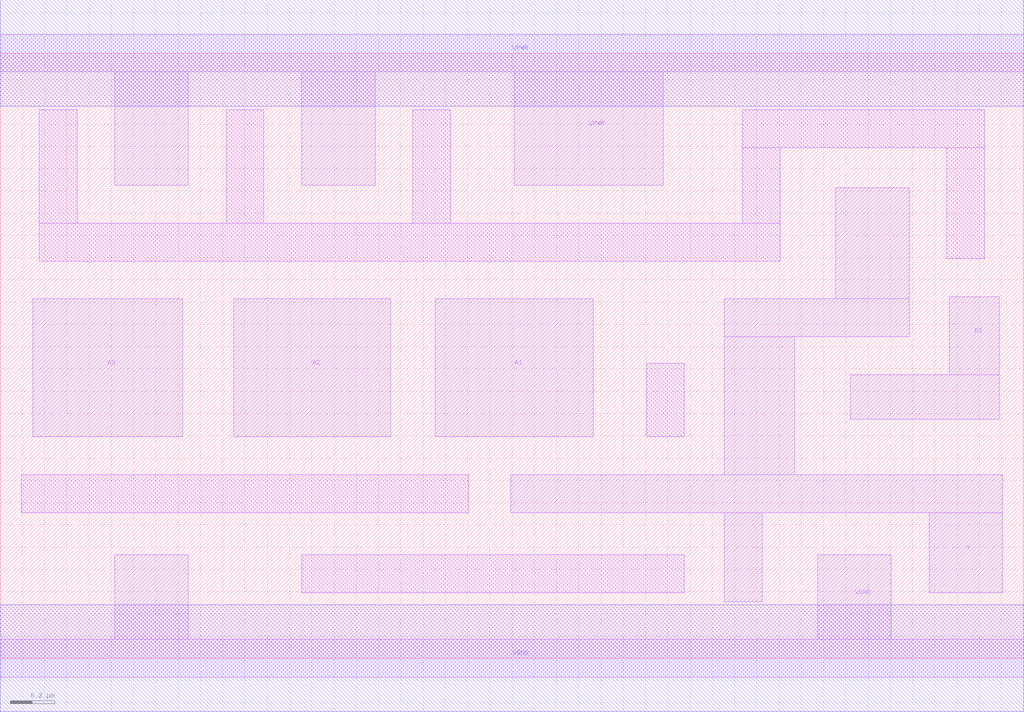
<source format=lef>
# Copyright 2020 The SkyWater PDK Authors
#
# Licensed under the Apache License, Version 2.0 (the "License");
# you may not use this file except in compliance with the License.
# You may obtain a copy of the License at
#
#     https://www.apache.org/licenses/LICENSE-2.0
#
# Unless required by applicable law or agreed to in writing, software
# distributed under the License is distributed on an "AS IS" BASIS,
# WITHOUT WARRANTIES OR CONDITIONS OF ANY KIND, either express or implied.
# See the License for the specific language governing permissions and
# limitations under the License.
#
# SPDX-License-Identifier: Apache-2.0

VERSION 5.5 ;
NAMESCASESENSITIVE ON ;
BUSBITCHARS "[]" ;
DIVIDERCHAR "/" ;
MACRO sky130_fd_sc_hd__a31oi_2
  CLASS CORE ;
  SOURCE USER ;
  ORIGIN  0.000000  0.000000 ;
  SIZE  4.600000 BY  2.720000 ;
  SYMMETRY X Y R90 ;
  SITE unithd ;
  PIN A1
    ANTENNAGATEAREA  0.495000 ;
    DIRECTION INPUT ;
    USE SIGNAL ;
    PORT
      LAYER li1 ;
        RECT 1.955000 0.995000 2.665000 1.615000 ;
    END
  END A1
  PIN A2
    ANTENNAGATEAREA  0.495000 ;
    DIRECTION INPUT ;
    USE SIGNAL ;
    PORT
      LAYER li1 ;
        RECT 1.050000 0.995000 1.755000 1.615000 ;
    END
  END A2
  PIN A3
    ANTENNAGATEAREA  0.495000 ;
    DIRECTION INPUT ;
    USE SIGNAL ;
    PORT
      LAYER li1 ;
        RECT 0.145000 0.995000 0.820000 1.615000 ;
    END
  END A3
  PIN B1
    ANTENNAGATEAREA  0.495000 ;
    DIRECTION INPUT ;
    USE SIGNAL ;
    PORT
      LAYER li1 ;
        RECT 3.820000 1.075000 4.490000 1.275000 ;
        RECT 4.265000 1.275000 4.490000 1.625000 ;
    END
  END B1
  PIN Y
    ANTENNADIFFAREA  0.922000 ;
    DIRECTION OUTPUT ;
    USE SIGNAL ;
    PORT
      LAYER li1 ;
        RECT 2.295000 0.655000 4.505000 0.825000 ;
        RECT 3.255000 0.255000 3.425000 0.655000 ;
        RECT 3.255000 0.825000 3.570000 1.445000 ;
        RECT 3.255000 1.445000 4.085000 1.615000 ;
        RECT 3.755000 1.615000 4.085000 2.115000 ;
        RECT 4.175000 0.295000 4.505000 0.655000 ;
    END
  END Y
  PIN VGND
    DIRECTION INOUT ;
    SHAPE ABUTMENT ;
    USE GROUND ;
    PORT
      LAYER li1 ;
        RECT 0.000000 -0.085000 4.600000 0.085000 ;
        RECT 0.515000  0.085000 0.845000 0.465000 ;
        RECT 3.675000  0.085000 4.005000 0.465000 ;
    END
    PORT
      LAYER met1 ;
        RECT 0.000000 -0.240000 4.600000 0.240000 ;
    END
  END VGND
  PIN VPWR
    DIRECTION INOUT ;
    SHAPE ABUTMENT ;
    USE POWER ;
    PORT
      LAYER li1 ;
        RECT 0.000000 2.635000 4.600000 2.805000 ;
        RECT 0.515000 2.125000 0.845000 2.635000 ;
        RECT 1.355000 2.125000 1.685000 2.635000 ;
        RECT 2.310000 2.125000 2.980000 2.635000 ;
    END
    PORT
      LAYER met1 ;
        RECT 0.000000 2.480000 4.600000 2.960000 ;
    END
  END VPWR
  OBS
    LAYER li1 ;
      RECT 0.095000 0.655000 2.105000 0.825000 ;
      RECT 0.175000 1.785000 3.505000 1.955000 ;
      RECT 0.175000 1.955000 0.345000 2.465000 ;
      RECT 1.015000 1.955000 1.185000 2.465000 ;
      RECT 1.355000 0.295000 3.075000 0.465000 ;
      RECT 1.855000 1.955000 2.025000 2.465000 ;
      RECT 2.905000 0.995000 3.075000 1.325000 ;
      RECT 3.335000 1.955000 3.505000 2.295000 ;
      RECT 3.335000 2.295000 4.425000 2.465000 ;
      RECT 4.255000 1.795000 4.425000 2.295000 ;
  END
END sky130_fd_sc_hd__a31oi_2

</source>
